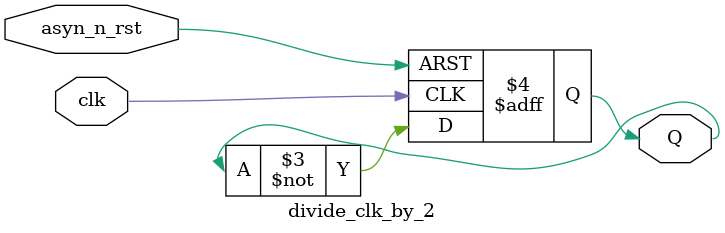
<source format=sv>
/* Module divide_clk_by_2
   Divides input clock frequency by a factor of 2.
   Inputs:  1-bit clk      - Clock signal
            1-bit an_rst   - Asynchronous, negative active reset
   Outputs: 1-bit clk_div2 - Clock signal divided by 2
*/
// Module declaration

module divide_clk_by_2 (input  logic clk,
                        input  logic asyn_n_rst,
                        output logic Q
								       );

always_ff @ (posedge clk, negedge asyn_n_rst)
    if(!asyn_n_rst)
        Q <= 1'b0;
    else
        Q <= ~Q;

endmodule:divide_clk_by_2

</source>
